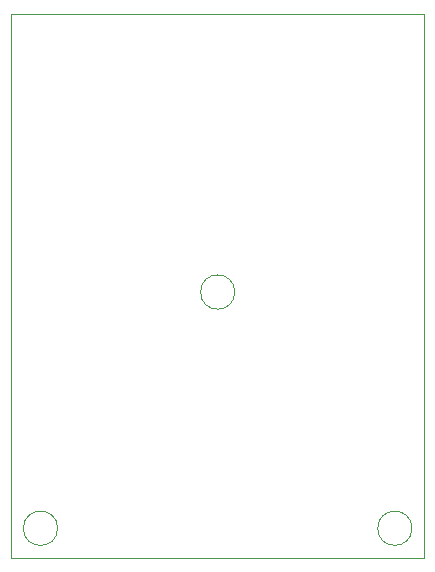
<source format=gbr>
%TF.GenerationSoftware,KiCad,Pcbnew,9.0.4-9.0.4-0~ubuntu24.04.1*%
%TF.CreationDate,2025-09-25T14:53:35+02:00*%
%TF.ProjectId,MCM-LIN,4d434d2d-4c49-44e2-9e6b-696361645f70,rev?*%
%TF.SameCoordinates,Original*%
%TF.FileFunction,Profile,NP*%
%FSLAX46Y46*%
G04 Gerber Fmt 4.6, Leading zero omitted, Abs format (unit mm)*
G04 Created by KiCad (PCBNEW 9.0.4-9.0.4-0~ubuntu24.04.1) date 2025-09-25 14:53:35*
%MOMM*%
%LPD*%
G01*
G04 APERTURE LIST*
%TA.AperFunction,Profile*%
%ADD10C,0.100000*%
%TD*%
G04 APERTURE END LIST*
D10*
X78950000Y-68500000D02*
G75*
G02*
X76050000Y-68500000I-1450000J0D01*
G01*
X76050000Y-68500000D02*
G75*
G02*
X78950000Y-68500000I1450000J0D01*
G01*
X63950000Y-88500000D02*
G75*
G02*
X61050000Y-88500000I-1450000J0D01*
G01*
X61050000Y-88500000D02*
G75*
G02*
X63950000Y-88500000I1450000J0D01*
G01*
X95000000Y-91000000D02*
X95000000Y-45000000D01*
X93950000Y-88500000D02*
G75*
G02*
X91050000Y-88500000I-1450000J0D01*
G01*
X91050000Y-88500000D02*
G75*
G02*
X93950000Y-88500000I1450000J0D01*
G01*
X60000000Y-91000000D02*
X95000000Y-91000000D01*
X60000000Y-45000000D02*
X60000000Y-91000000D01*
X95000000Y-45000000D02*
X60000000Y-45000000D01*
M02*

</source>
